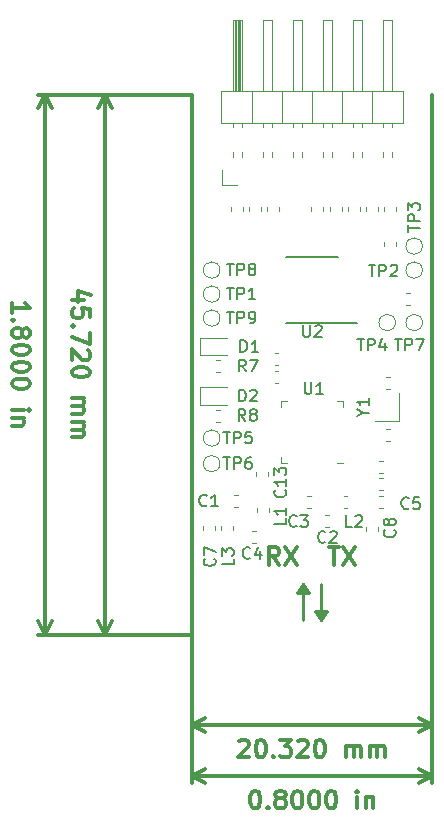
<source format=gbr>
G04 #@! TF.GenerationSoftware,KiCad,Pcbnew,5.1.2*
G04 #@! TF.CreationDate,2019-05-07T22:25:54+02:00*
G04 #@! TF.ProjectId,SX1257_pmod,53583132-3537-45f7-906d-6f642e6b6963,rev?*
G04 #@! TF.SameCoordinates,Original*
G04 #@! TF.FileFunction,Legend,Top*
G04 #@! TF.FilePolarity,Positive*
%FSLAX46Y46*%
G04 Gerber Fmt 4.6, Leading zero omitted, Abs format (unit mm)*
G04 Created by KiCad (PCBNEW 5.1.2) date 2019-05-07 22:25:54*
%MOMM*%
%LPD*%
G04 APERTURE LIST*
%ADD10C,0.254000*%
%ADD11C,0.300000*%
%ADD12C,0.120000*%
%ADD13C,0.150000*%
G04 APERTURE END LIST*
D10*
X125222000Y-67310000D02*
X125730000Y-66548000D01*
X125222000Y-67310000D02*
X125222000Y-64262000D01*
X124968000Y-66548000D02*
X125222000Y-67310000D01*
X124714000Y-66548000D02*
X125222000Y-67310000D01*
X125730000Y-66548000D02*
X124714000Y-66548000D01*
X125222000Y-67310000D02*
X125476000Y-66548000D01*
X125476000Y-66548000D02*
X124968000Y-66548000D01*
X123952000Y-65024000D02*
X123698000Y-64262000D01*
X123444000Y-65024000D02*
X123952000Y-65024000D01*
X123698000Y-64262000D02*
X123444000Y-65024000D01*
X124206000Y-65024000D02*
X123698000Y-64262000D01*
X123190000Y-65024000D02*
X124206000Y-65024000D01*
X123698000Y-64262000D02*
X123190000Y-65024000D01*
X123698000Y-64262000D02*
X123698000Y-67310000D01*
D11*
X121670000Y-62654571D02*
X121170000Y-61940285D01*
X120812857Y-62654571D02*
X120812857Y-61154571D01*
X121384285Y-61154571D01*
X121527142Y-61226000D01*
X121598571Y-61297428D01*
X121670000Y-61440285D01*
X121670000Y-61654571D01*
X121598571Y-61797428D01*
X121527142Y-61868857D01*
X121384285Y-61940285D01*
X120812857Y-61940285D01*
X122170000Y-61154571D02*
X123170000Y-62654571D01*
X123170000Y-61154571D02*
X122170000Y-62654571D01*
X125857142Y-61154571D02*
X126714285Y-61154571D01*
X126285714Y-62654571D02*
X126285714Y-61154571D01*
X127071428Y-61154571D02*
X128071428Y-62654571D01*
X128071428Y-61154571D02*
X127071428Y-62654571D01*
X118245714Y-77621428D02*
X118317142Y-77550000D01*
X118460000Y-77478571D01*
X118817142Y-77478571D01*
X118960000Y-77550000D01*
X119031428Y-77621428D01*
X119102857Y-77764285D01*
X119102857Y-77907142D01*
X119031428Y-78121428D01*
X118174285Y-78978571D01*
X119102857Y-78978571D01*
X120031428Y-77478571D02*
X120174285Y-77478571D01*
X120317142Y-77550000D01*
X120388571Y-77621428D01*
X120460000Y-77764285D01*
X120531428Y-78050000D01*
X120531428Y-78407142D01*
X120460000Y-78692857D01*
X120388571Y-78835714D01*
X120317142Y-78907142D01*
X120174285Y-78978571D01*
X120031428Y-78978571D01*
X119888571Y-78907142D01*
X119817142Y-78835714D01*
X119745714Y-78692857D01*
X119674285Y-78407142D01*
X119674285Y-78050000D01*
X119745714Y-77764285D01*
X119817142Y-77621428D01*
X119888571Y-77550000D01*
X120031428Y-77478571D01*
X121174285Y-78835714D02*
X121245714Y-78907142D01*
X121174285Y-78978571D01*
X121102857Y-78907142D01*
X121174285Y-78835714D01*
X121174285Y-78978571D01*
X121745714Y-77478571D02*
X122674285Y-77478571D01*
X122174285Y-78050000D01*
X122388571Y-78050000D01*
X122531428Y-78121428D01*
X122602857Y-78192857D01*
X122674285Y-78335714D01*
X122674285Y-78692857D01*
X122602857Y-78835714D01*
X122531428Y-78907142D01*
X122388571Y-78978571D01*
X121960000Y-78978571D01*
X121817142Y-78907142D01*
X121745714Y-78835714D01*
X123245714Y-77621428D02*
X123317142Y-77550000D01*
X123460000Y-77478571D01*
X123817142Y-77478571D01*
X123960000Y-77550000D01*
X124031428Y-77621428D01*
X124102857Y-77764285D01*
X124102857Y-77907142D01*
X124031428Y-78121428D01*
X123174285Y-78978571D01*
X124102857Y-78978571D01*
X125031428Y-77478571D02*
X125174285Y-77478571D01*
X125317142Y-77550000D01*
X125388571Y-77621428D01*
X125460000Y-77764285D01*
X125531428Y-78050000D01*
X125531428Y-78407142D01*
X125460000Y-78692857D01*
X125388571Y-78835714D01*
X125317142Y-78907142D01*
X125174285Y-78978571D01*
X125031428Y-78978571D01*
X124888571Y-78907142D01*
X124817142Y-78835714D01*
X124745714Y-78692857D01*
X124674285Y-78407142D01*
X124674285Y-78050000D01*
X124745714Y-77764285D01*
X124817142Y-77621428D01*
X124888571Y-77550000D01*
X125031428Y-77478571D01*
X127317142Y-78978571D02*
X127317142Y-77978571D01*
X127317142Y-78121428D02*
X127388571Y-78050000D01*
X127531428Y-77978571D01*
X127745714Y-77978571D01*
X127888571Y-78050000D01*
X127960000Y-78192857D01*
X127960000Y-78978571D01*
X127960000Y-78192857D02*
X128031428Y-78050000D01*
X128174285Y-77978571D01*
X128388571Y-77978571D01*
X128531428Y-78050000D01*
X128602857Y-78192857D01*
X128602857Y-78978571D01*
X129317142Y-78978571D02*
X129317142Y-77978571D01*
X129317142Y-78121428D02*
X129388571Y-78050000D01*
X129531428Y-77978571D01*
X129745714Y-77978571D01*
X129888571Y-78050000D01*
X129960000Y-78192857D01*
X129960000Y-78978571D01*
X129960000Y-78192857D02*
X130031428Y-78050000D01*
X130174285Y-77978571D01*
X130388571Y-77978571D01*
X130531428Y-78050000D01*
X130602857Y-78192857D01*
X130602857Y-78978571D01*
X114300000Y-76200000D02*
X134620000Y-76200000D01*
X114300000Y-22860000D02*
X114300000Y-76786421D01*
X134620000Y-22860000D02*
X134620000Y-76786421D01*
X134620000Y-76200000D02*
X133493496Y-76786421D01*
X134620000Y-76200000D02*
X133493496Y-75613579D01*
X114300000Y-76200000D02*
X115426504Y-76786421D01*
X114300000Y-76200000D02*
X115426504Y-75613579D01*
X119567142Y-81796571D02*
X119710000Y-81796571D01*
X119852857Y-81868000D01*
X119924285Y-81939428D01*
X119995714Y-82082285D01*
X120067142Y-82368000D01*
X120067142Y-82725142D01*
X119995714Y-83010857D01*
X119924285Y-83153714D01*
X119852857Y-83225142D01*
X119710000Y-83296571D01*
X119567142Y-83296571D01*
X119424285Y-83225142D01*
X119352857Y-83153714D01*
X119281428Y-83010857D01*
X119210000Y-82725142D01*
X119210000Y-82368000D01*
X119281428Y-82082285D01*
X119352857Y-81939428D01*
X119424285Y-81868000D01*
X119567142Y-81796571D01*
X120710000Y-83153714D02*
X120781428Y-83225142D01*
X120710000Y-83296571D01*
X120638571Y-83225142D01*
X120710000Y-83153714D01*
X120710000Y-83296571D01*
X121638571Y-82439428D02*
X121495714Y-82368000D01*
X121424285Y-82296571D01*
X121352857Y-82153714D01*
X121352857Y-82082285D01*
X121424285Y-81939428D01*
X121495714Y-81868000D01*
X121638571Y-81796571D01*
X121924285Y-81796571D01*
X122067142Y-81868000D01*
X122138571Y-81939428D01*
X122210000Y-82082285D01*
X122210000Y-82153714D01*
X122138571Y-82296571D01*
X122067142Y-82368000D01*
X121924285Y-82439428D01*
X121638571Y-82439428D01*
X121495714Y-82510857D01*
X121424285Y-82582285D01*
X121352857Y-82725142D01*
X121352857Y-83010857D01*
X121424285Y-83153714D01*
X121495714Y-83225142D01*
X121638571Y-83296571D01*
X121924285Y-83296571D01*
X122067142Y-83225142D01*
X122138571Y-83153714D01*
X122210000Y-83010857D01*
X122210000Y-82725142D01*
X122138571Y-82582285D01*
X122067142Y-82510857D01*
X121924285Y-82439428D01*
X123138571Y-81796571D02*
X123281428Y-81796571D01*
X123424285Y-81868000D01*
X123495714Y-81939428D01*
X123567142Y-82082285D01*
X123638571Y-82368000D01*
X123638571Y-82725142D01*
X123567142Y-83010857D01*
X123495714Y-83153714D01*
X123424285Y-83225142D01*
X123281428Y-83296571D01*
X123138571Y-83296571D01*
X122995714Y-83225142D01*
X122924285Y-83153714D01*
X122852857Y-83010857D01*
X122781428Y-82725142D01*
X122781428Y-82368000D01*
X122852857Y-82082285D01*
X122924285Y-81939428D01*
X122995714Y-81868000D01*
X123138571Y-81796571D01*
X124567142Y-81796571D02*
X124710000Y-81796571D01*
X124852857Y-81868000D01*
X124924285Y-81939428D01*
X124995714Y-82082285D01*
X125067142Y-82368000D01*
X125067142Y-82725142D01*
X124995714Y-83010857D01*
X124924285Y-83153714D01*
X124852857Y-83225142D01*
X124710000Y-83296571D01*
X124567142Y-83296571D01*
X124424285Y-83225142D01*
X124352857Y-83153714D01*
X124281428Y-83010857D01*
X124210000Y-82725142D01*
X124210000Y-82368000D01*
X124281428Y-82082285D01*
X124352857Y-81939428D01*
X124424285Y-81868000D01*
X124567142Y-81796571D01*
X125995714Y-81796571D02*
X126138571Y-81796571D01*
X126281428Y-81868000D01*
X126352857Y-81939428D01*
X126424285Y-82082285D01*
X126495714Y-82368000D01*
X126495714Y-82725142D01*
X126424285Y-83010857D01*
X126352857Y-83153714D01*
X126281428Y-83225142D01*
X126138571Y-83296571D01*
X125995714Y-83296571D01*
X125852857Y-83225142D01*
X125781428Y-83153714D01*
X125710000Y-83010857D01*
X125638571Y-82725142D01*
X125638571Y-82368000D01*
X125710000Y-82082285D01*
X125781428Y-81939428D01*
X125852857Y-81868000D01*
X125995714Y-81796571D01*
X128281428Y-83296571D02*
X128281428Y-82296571D01*
X128281428Y-81796571D02*
X128210000Y-81868000D01*
X128281428Y-81939428D01*
X128352857Y-81868000D01*
X128281428Y-81796571D01*
X128281428Y-81939428D01*
X128995714Y-82296571D02*
X128995714Y-83296571D01*
X128995714Y-82439428D02*
X129067142Y-82368000D01*
X129210000Y-82296571D01*
X129424285Y-82296571D01*
X129567142Y-82368000D01*
X129638571Y-82510857D01*
X129638571Y-83296571D01*
X114300000Y-80518000D02*
X134620000Y-80518000D01*
X114300000Y-22860000D02*
X114300000Y-81104421D01*
X134620000Y-22860000D02*
X134620000Y-81104421D01*
X134620000Y-80518000D02*
X133493496Y-81104421D01*
X134620000Y-80518000D02*
X133493496Y-79931579D01*
X114300000Y-80518000D02*
X115426504Y-81104421D01*
X114300000Y-80518000D02*
X115426504Y-79931579D01*
X105155428Y-40220000D02*
X104155428Y-40220000D01*
X105726857Y-39862857D02*
X104655428Y-39505714D01*
X104655428Y-40434285D01*
X105655428Y-41720000D02*
X105655428Y-41005714D01*
X104941142Y-40934285D01*
X105012571Y-41005714D01*
X105084000Y-41148571D01*
X105084000Y-41505714D01*
X105012571Y-41648571D01*
X104941142Y-41720000D01*
X104798285Y-41791428D01*
X104441142Y-41791428D01*
X104298285Y-41720000D01*
X104226857Y-41648571D01*
X104155428Y-41505714D01*
X104155428Y-41148571D01*
X104226857Y-41005714D01*
X104298285Y-40934285D01*
X104298285Y-42434285D02*
X104226857Y-42505714D01*
X104155428Y-42434285D01*
X104226857Y-42362857D01*
X104298285Y-42434285D01*
X104155428Y-42434285D01*
X105655428Y-43005714D02*
X105655428Y-44005714D01*
X104155428Y-43362857D01*
X105512571Y-44505714D02*
X105584000Y-44577142D01*
X105655428Y-44720000D01*
X105655428Y-45077142D01*
X105584000Y-45220000D01*
X105512571Y-45291428D01*
X105369714Y-45362857D01*
X105226857Y-45362857D01*
X105012571Y-45291428D01*
X104155428Y-44434285D01*
X104155428Y-45362857D01*
X105655428Y-46291428D02*
X105655428Y-46434285D01*
X105584000Y-46577142D01*
X105512571Y-46648571D01*
X105369714Y-46720000D01*
X105084000Y-46791428D01*
X104726857Y-46791428D01*
X104441142Y-46720000D01*
X104298285Y-46648571D01*
X104226857Y-46577142D01*
X104155428Y-46434285D01*
X104155428Y-46291428D01*
X104226857Y-46148571D01*
X104298285Y-46077142D01*
X104441142Y-46005714D01*
X104726857Y-45934285D01*
X105084000Y-45934285D01*
X105369714Y-46005714D01*
X105512571Y-46077142D01*
X105584000Y-46148571D01*
X105655428Y-46291428D01*
X104155428Y-48577142D02*
X105155428Y-48577142D01*
X105012571Y-48577142D02*
X105084000Y-48648571D01*
X105155428Y-48791428D01*
X105155428Y-49005714D01*
X105084000Y-49148571D01*
X104941142Y-49220000D01*
X104155428Y-49220000D01*
X104941142Y-49220000D02*
X105084000Y-49291428D01*
X105155428Y-49434285D01*
X105155428Y-49648571D01*
X105084000Y-49791428D01*
X104941142Y-49862857D01*
X104155428Y-49862857D01*
X104155428Y-50577142D02*
X105155428Y-50577142D01*
X105012571Y-50577142D02*
X105084000Y-50648571D01*
X105155428Y-50791428D01*
X105155428Y-51005714D01*
X105084000Y-51148571D01*
X104941142Y-51220000D01*
X104155428Y-51220000D01*
X104941142Y-51220000D02*
X105084000Y-51291428D01*
X105155428Y-51434285D01*
X105155428Y-51648571D01*
X105084000Y-51791428D01*
X104941142Y-51862857D01*
X104155428Y-51862857D01*
X106934000Y-22860000D02*
X106934000Y-68580000D01*
X114300000Y-22860000D02*
X106347579Y-22860000D01*
X114300000Y-68580000D02*
X106347579Y-68580000D01*
X106934000Y-68580000D02*
X106347579Y-67453496D01*
X106934000Y-68580000D02*
X107520421Y-67453496D01*
X106934000Y-22860000D02*
X106347579Y-23986504D01*
X106934000Y-22860000D02*
X107520421Y-23986504D01*
X99075428Y-41327142D02*
X99075428Y-40470000D01*
X99075428Y-40898571D02*
X100575428Y-40898571D01*
X100361142Y-40755714D01*
X100218285Y-40612857D01*
X100146857Y-40470000D01*
X99218285Y-41970000D02*
X99146857Y-42041428D01*
X99075428Y-41970000D01*
X99146857Y-41898571D01*
X99218285Y-41970000D01*
X99075428Y-41970000D01*
X99932571Y-42898571D02*
X100004000Y-42755714D01*
X100075428Y-42684285D01*
X100218285Y-42612857D01*
X100289714Y-42612857D01*
X100432571Y-42684285D01*
X100504000Y-42755714D01*
X100575428Y-42898571D01*
X100575428Y-43184285D01*
X100504000Y-43327142D01*
X100432571Y-43398571D01*
X100289714Y-43470000D01*
X100218285Y-43470000D01*
X100075428Y-43398571D01*
X100004000Y-43327142D01*
X99932571Y-43184285D01*
X99932571Y-42898571D01*
X99861142Y-42755714D01*
X99789714Y-42684285D01*
X99646857Y-42612857D01*
X99361142Y-42612857D01*
X99218285Y-42684285D01*
X99146857Y-42755714D01*
X99075428Y-42898571D01*
X99075428Y-43184285D01*
X99146857Y-43327142D01*
X99218285Y-43398571D01*
X99361142Y-43470000D01*
X99646857Y-43470000D01*
X99789714Y-43398571D01*
X99861142Y-43327142D01*
X99932571Y-43184285D01*
X100575428Y-44398571D02*
X100575428Y-44541428D01*
X100504000Y-44684285D01*
X100432571Y-44755714D01*
X100289714Y-44827142D01*
X100004000Y-44898571D01*
X99646857Y-44898571D01*
X99361142Y-44827142D01*
X99218285Y-44755714D01*
X99146857Y-44684285D01*
X99075428Y-44541428D01*
X99075428Y-44398571D01*
X99146857Y-44255714D01*
X99218285Y-44184285D01*
X99361142Y-44112857D01*
X99646857Y-44041428D01*
X100004000Y-44041428D01*
X100289714Y-44112857D01*
X100432571Y-44184285D01*
X100504000Y-44255714D01*
X100575428Y-44398571D01*
X100575428Y-45827142D02*
X100575428Y-45970000D01*
X100504000Y-46112857D01*
X100432571Y-46184285D01*
X100289714Y-46255714D01*
X100004000Y-46327142D01*
X99646857Y-46327142D01*
X99361142Y-46255714D01*
X99218285Y-46184285D01*
X99146857Y-46112857D01*
X99075428Y-45970000D01*
X99075428Y-45827142D01*
X99146857Y-45684285D01*
X99218285Y-45612857D01*
X99361142Y-45541428D01*
X99646857Y-45470000D01*
X100004000Y-45470000D01*
X100289714Y-45541428D01*
X100432571Y-45612857D01*
X100504000Y-45684285D01*
X100575428Y-45827142D01*
X100575428Y-47255714D02*
X100575428Y-47398571D01*
X100504000Y-47541428D01*
X100432571Y-47612857D01*
X100289714Y-47684285D01*
X100004000Y-47755714D01*
X99646857Y-47755714D01*
X99361142Y-47684285D01*
X99218285Y-47612857D01*
X99146857Y-47541428D01*
X99075428Y-47398571D01*
X99075428Y-47255714D01*
X99146857Y-47112857D01*
X99218285Y-47041428D01*
X99361142Y-46970000D01*
X99646857Y-46898571D01*
X100004000Y-46898571D01*
X100289714Y-46970000D01*
X100432571Y-47041428D01*
X100504000Y-47112857D01*
X100575428Y-47255714D01*
X99075428Y-49541428D02*
X100075428Y-49541428D01*
X100575428Y-49541428D02*
X100504000Y-49470000D01*
X100432571Y-49541428D01*
X100504000Y-49612857D01*
X100575428Y-49541428D01*
X100432571Y-49541428D01*
X100075428Y-50255714D02*
X99075428Y-50255714D01*
X99932571Y-50255714D02*
X100004000Y-50327142D01*
X100075428Y-50470000D01*
X100075428Y-50684285D01*
X100004000Y-50827142D01*
X99861142Y-50898571D01*
X99075428Y-50898571D01*
X101854000Y-22860000D02*
X101854000Y-68580000D01*
X114300000Y-22860000D02*
X101267579Y-22860000D01*
X114300000Y-68580000D02*
X101267579Y-68580000D01*
X101854000Y-68580000D02*
X101267579Y-67453496D01*
X101854000Y-68580000D02*
X102440421Y-67453496D01*
X101854000Y-22860000D02*
X101267579Y-23986504D01*
X101854000Y-22860000D02*
X102440421Y-23986504D01*
D12*
X129800000Y-50500000D02*
X131800000Y-50500000D01*
X131800000Y-50500000D02*
X131800000Y-48100000D01*
X125410000Y-32674779D02*
X125410000Y-32349221D01*
X124390000Y-32674779D02*
X124390000Y-32349221D01*
X131574000Y-35371721D02*
X131574000Y-35697279D01*
X130554000Y-35371721D02*
X130554000Y-35697279D01*
X116651000Y-41783000D02*
G75*
G03X116651000Y-41783000I-700000J0D01*
G01*
X116651000Y-37719000D02*
G75*
G03X116651000Y-37719000I-700000J0D01*
G01*
X130137221Y-54860000D02*
X130462779Y-54860000D01*
X130137221Y-53840000D02*
X130462779Y-53840000D01*
X118145779Y-57787000D02*
X117820221Y-57787000D01*
X118145779Y-56767000D02*
X117820221Y-56767000D01*
X125912779Y-58415000D02*
X125587221Y-58415000D01*
X125912779Y-59435000D02*
X125587221Y-59435000D01*
X124368779Y-57887000D02*
X124043221Y-57887000D01*
X124368779Y-56867000D02*
X124043221Y-56867000D01*
X119344221Y-60835000D02*
X119669779Y-60835000D01*
X119344221Y-59815000D02*
X119669779Y-59815000D01*
X130139221Y-56867000D02*
X130464779Y-56867000D01*
X130139221Y-57887000D02*
X130464779Y-57887000D01*
X121600279Y-44702000D02*
X121274721Y-44702000D01*
X121600279Y-45722000D02*
X121274721Y-45722000D01*
X115187000Y-59700279D02*
X115187000Y-59374721D01*
X116207000Y-59700279D02*
X116207000Y-59374721D01*
X127010000Y-32674779D02*
X127010000Y-32349221D01*
X125990000Y-32674779D02*
X125990000Y-32349221D01*
X130137221Y-55340000D02*
X130462779Y-55340000D01*
X130137221Y-56360000D02*
X130462779Y-56360000D01*
X121600279Y-46226000D02*
X121274721Y-46226000D01*
X121600279Y-47246000D02*
X121274721Y-47246000D01*
X120760000Y-54837221D02*
X120760000Y-55162779D01*
X119740000Y-54837221D02*
X119740000Y-55162779D01*
X130554000Y-32674779D02*
X130554000Y-32349221D01*
X131574000Y-32674779D02*
X131574000Y-32349221D01*
X129030000Y-32674779D02*
X129030000Y-32349221D01*
X130050000Y-32674779D02*
X130050000Y-32349221D01*
X128526000Y-32674779D02*
X128526000Y-32349221D01*
X127506000Y-32674779D02*
X127506000Y-32349221D01*
X119124000Y-32674779D02*
X119124000Y-32349221D01*
X120144000Y-32674779D02*
X120144000Y-32349221D01*
X130737221Y-51190000D02*
X131062779Y-51190000D01*
X130737221Y-52210000D02*
X131062779Y-52210000D01*
X130737221Y-46790000D02*
X131062779Y-46790000D01*
X130737221Y-47810000D02*
X131062779Y-47810000D01*
X121668000Y-32674779D02*
X121668000Y-32349221D01*
X120648000Y-32674779D02*
X120648000Y-32349221D01*
X129030000Y-59825779D02*
X129030000Y-59500221D01*
X130050000Y-59825779D02*
X130050000Y-59500221D01*
X116840000Y-30480000D02*
X116840000Y-29210000D01*
X118110000Y-30480000D02*
X116840000Y-30480000D01*
X131190000Y-28167071D02*
X131190000Y-27712929D01*
X130430000Y-28167071D02*
X130430000Y-27712929D01*
X131190000Y-25627071D02*
X131190000Y-25230000D01*
X130430000Y-25627071D02*
X130430000Y-25230000D01*
X131190000Y-16570000D02*
X131190000Y-22570000D01*
X130430000Y-16570000D02*
X131190000Y-16570000D01*
X130430000Y-22570000D02*
X130430000Y-16570000D01*
X129540000Y-25230000D02*
X129540000Y-22570000D01*
X128650000Y-28167071D02*
X128650000Y-27712929D01*
X127890000Y-28167071D02*
X127890000Y-27712929D01*
X128650000Y-25627071D02*
X128650000Y-25230000D01*
X127890000Y-25627071D02*
X127890000Y-25230000D01*
X128650000Y-16570000D02*
X128650000Y-22570000D01*
X127890000Y-16570000D02*
X128650000Y-16570000D01*
X127890000Y-22570000D02*
X127890000Y-16570000D01*
X127000000Y-25230000D02*
X127000000Y-22570000D01*
X126110000Y-28167071D02*
X126110000Y-27712929D01*
X125350000Y-28167071D02*
X125350000Y-27712929D01*
X126110000Y-25627071D02*
X126110000Y-25230000D01*
X125350000Y-25627071D02*
X125350000Y-25230000D01*
X126110000Y-16570000D02*
X126110000Y-22570000D01*
X125350000Y-16570000D02*
X126110000Y-16570000D01*
X125350000Y-22570000D02*
X125350000Y-16570000D01*
X124460000Y-25230000D02*
X124460000Y-22570000D01*
X123570000Y-28167071D02*
X123570000Y-27712929D01*
X122810000Y-28167071D02*
X122810000Y-27712929D01*
X123570000Y-25627071D02*
X123570000Y-25230000D01*
X122810000Y-25627071D02*
X122810000Y-25230000D01*
X123570000Y-16570000D02*
X123570000Y-22570000D01*
X122810000Y-16570000D02*
X123570000Y-16570000D01*
X122810000Y-22570000D02*
X122810000Y-16570000D01*
X121920000Y-25230000D02*
X121920000Y-22570000D01*
X121030000Y-28167071D02*
X121030000Y-27712929D01*
X120270000Y-28167071D02*
X120270000Y-27712929D01*
X121030000Y-25627071D02*
X121030000Y-25230000D01*
X120270000Y-25627071D02*
X120270000Y-25230000D01*
X121030000Y-16570000D02*
X121030000Y-22570000D01*
X120270000Y-16570000D02*
X121030000Y-16570000D01*
X120270000Y-22570000D02*
X120270000Y-16570000D01*
X119380000Y-25230000D02*
X119380000Y-22570000D01*
X118490000Y-28100000D02*
X118490000Y-27712929D01*
X117730000Y-28100000D02*
X117730000Y-27712929D01*
X118490000Y-25627071D02*
X118490000Y-25230000D01*
X117730000Y-25627071D02*
X117730000Y-25230000D01*
X118390000Y-22570000D02*
X118390000Y-16570000D01*
X118270000Y-22570000D02*
X118270000Y-16570000D01*
X118150000Y-22570000D02*
X118150000Y-16570000D01*
X118030000Y-22570000D02*
X118030000Y-16570000D01*
X117910000Y-22570000D02*
X117910000Y-16570000D01*
X117790000Y-22570000D02*
X117790000Y-16570000D01*
X118490000Y-16570000D02*
X118490000Y-22570000D01*
X117730000Y-16570000D02*
X118490000Y-16570000D01*
X117730000Y-22570000D02*
X117730000Y-16570000D01*
X116780000Y-22570000D02*
X116780000Y-25230000D01*
X132140000Y-22570000D02*
X116780000Y-22570000D01*
X132140000Y-25230000D02*
X132140000Y-22570000D01*
X116780000Y-25230000D02*
X132140000Y-25230000D01*
X127116721Y-57887000D02*
X127442279Y-57887000D01*
X127116721Y-56867000D02*
X127442279Y-56867000D01*
X117600000Y-32674779D02*
X117600000Y-32349221D01*
X118620000Y-32674779D02*
X118620000Y-32349221D01*
X119759000Y-57876221D02*
X119759000Y-58201779D01*
X120779000Y-57876221D02*
X120779000Y-58201779D01*
X116711000Y-59725779D02*
X116711000Y-59400221D01*
X117731000Y-59725779D02*
X117731000Y-59400221D01*
X114974000Y-49122000D02*
X117259000Y-49122000D01*
X114974000Y-47652000D02*
X114974000Y-49122000D01*
X117259000Y-47652000D02*
X114974000Y-47652000D01*
X117259000Y-43461000D02*
X114974000Y-43461000D01*
X114974000Y-43461000D02*
X114974000Y-44931000D01*
X114974000Y-44931000D02*
X117259000Y-44931000D01*
X126595000Y-54045000D02*
X127070000Y-54045000D01*
X121850000Y-48825000D02*
X121850000Y-49300000D01*
X122325000Y-48825000D02*
X121850000Y-48825000D01*
X127070000Y-48825000D02*
X127070000Y-49300000D01*
X126595000Y-48825000D02*
X127070000Y-48825000D01*
X121850000Y-54045000D02*
X121850000Y-53570000D01*
X122325000Y-54045000D02*
X121850000Y-54045000D01*
D13*
X126660000Y-36645000D02*
X122260000Y-36645000D01*
X128235000Y-42170000D02*
X122260000Y-42170000D01*
D12*
X116621779Y-45337000D02*
X116296221Y-45337000D01*
X116621779Y-46357000D02*
X116296221Y-46357000D01*
X116621779Y-50548000D02*
X116296221Y-50548000D01*
X116621779Y-49528000D02*
X116296221Y-49528000D01*
X132750779Y-39622000D02*
X132425221Y-39622000D01*
X132750779Y-40642000D02*
X132425221Y-40642000D01*
X133796000Y-42164000D02*
G75*
G03X133796000Y-42164000I-700000J0D01*
G01*
X133796000Y-37719000D02*
G75*
G03X133796000Y-37719000I-700000J0D01*
G01*
X133796000Y-35687000D02*
G75*
G03X133796000Y-35687000I-700000J0D01*
G01*
X131510000Y-42164000D02*
G75*
G03X131510000Y-42164000I-700000J0D01*
G01*
X116651000Y-51943000D02*
G75*
G03X116651000Y-51943000I-700000J0D01*
G01*
X116651000Y-54102000D02*
G75*
G03X116651000Y-54102000I-700000J0D01*
G01*
X116651000Y-39751000D02*
G75*
G03X116651000Y-39751000I-700000J0D01*
G01*
D13*
X128776190Y-49776190D02*
X129252380Y-49776190D01*
X128252380Y-50109523D02*
X128776190Y-49776190D01*
X128252380Y-49442857D01*
X129252380Y-48585714D02*
X129252380Y-49157142D01*
X129252380Y-48871428D02*
X128252380Y-48871428D01*
X128395238Y-48966666D01*
X128490476Y-49061904D01*
X128538095Y-49157142D01*
X117229095Y-41235380D02*
X117800523Y-41235380D01*
X117514809Y-42235380D02*
X117514809Y-41235380D01*
X118133857Y-42235380D02*
X118133857Y-41235380D01*
X118514809Y-41235380D01*
X118610047Y-41283000D01*
X118657666Y-41330619D01*
X118705285Y-41425857D01*
X118705285Y-41568714D01*
X118657666Y-41663952D01*
X118610047Y-41711571D01*
X118514809Y-41759190D01*
X118133857Y-41759190D01*
X119181476Y-42235380D02*
X119371952Y-42235380D01*
X119467190Y-42187761D01*
X119514809Y-42140142D01*
X119610047Y-41997285D01*
X119657666Y-41806809D01*
X119657666Y-41425857D01*
X119610047Y-41330619D01*
X119562428Y-41283000D01*
X119467190Y-41235380D01*
X119276714Y-41235380D01*
X119181476Y-41283000D01*
X119133857Y-41330619D01*
X119086238Y-41425857D01*
X119086238Y-41663952D01*
X119133857Y-41759190D01*
X119181476Y-41806809D01*
X119276714Y-41854428D01*
X119467190Y-41854428D01*
X119562428Y-41806809D01*
X119610047Y-41759190D01*
X119657666Y-41663952D01*
X117229095Y-37171380D02*
X117800523Y-37171380D01*
X117514809Y-38171380D02*
X117514809Y-37171380D01*
X118133857Y-38171380D02*
X118133857Y-37171380D01*
X118514809Y-37171380D01*
X118610047Y-37219000D01*
X118657666Y-37266619D01*
X118705285Y-37361857D01*
X118705285Y-37504714D01*
X118657666Y-37599952D01*
X118610047Y-37647571D01*
X118514809Y-37695190D01*
X118133857Y-37695190D01*
X119276714Y-37599952D02*
X119181476Y-37552333D01*
X119133857Y-37504714D01*
X119086238Y-37409476D01*
X119086238Y-37361857D01*
X119133857Y-37266619D01*
X119181476Y-37219000D01*
X119276714Y-37171380D01*
X119467190Y-37171380D01*
X119562428Y-37219000D01*
X119610047Y-37266619D01*
X119657666Y-37361857D01*
X119657666Y-37409476D01*
X119610047Y-37504714D01*
X119562428Y-37552333D01*
X119467190Y-37599952D01*
X119276714Y-37599952D01*
X119181476Y-37647571D01*
X119133857Y-37695190D01*
X119086238Y-37790428D01*
X119086238Y-37980904D01*
X119133857Y-38076142D01*
X119181476Y-38123761D01*
X119276714Y-38171380D01*
X119467190Y-38171380D01*
X119562428Y-38123761D01*
X119610047Y-38076142D01*
X119657666Y-37980904D01*
X119657666Y-37790428D01*
X119610047Y-37695190D01*
X119562428Y-37647571D01*
X119467190Y-37599952D01*
X115530333Y-57634142D02*
X115482714Y-57681761D01*
X115339857Y-57729380D01*
X115244619Y-57729380D01*
X115101761Y-57681761D01*
X115006523Y-57586523D01*
X114958904Y-57491285D01*
X114911285Y-57300809D01*
X114911285Y-57157952D01*
X114958904Y-56967476D01*
X115006523Y-56872238D01*
X115101761Y-56777000D01*
X115244619Y-56729380D01*
X115339857Y-56729380D01*
X115482714Y-56777000D01*
X115530333Y-56824619D01*
X116482714Y-57729380D02*
X115911285Y-57729380D01*
X116197000Y-57729380D02*
X116197000Y-56729380D01*
X116101761Y-56872238D01*
X116006523Y-56967476D01*
X115911285Y-57015095D01*
X125583333Y-60712142D02*
X125535714Y-60759761D01*
X125392857Y-60807380D01*
X125297619Y-60807380D01*
X125154761Y-60759761D01*
X125059523Y-60664523D01*
X125011904Y-60569285D01*
X124964285Y-60378809D01*
X124964285Y-60235952D01*
X125011904Y-60045476D01*
X125059523Y-59950238D01*
X125154761Y-59855000D01*
X125297619Y-59807380D01*
X125392857Y-59807380D01*
X125535714Y-59855000D01*
X125583333Y-59902619D01*
X125964285Y-59902619D02*
X126011904Y-59855000D01*
X126107142Y-59807380D01*
X126345238Y-59807380D01*
X126440476Y-59855000D01*
X126488095Y-59902619D01*
X126535714Y-59997857D01*
X126535714Y-60093095D01*
X126488095Y-60235952D01*
X125916666Y-60807380D01*
X126535714Y-60807380D01*
X123133333Y-59357142D02*
X123085714Y-59404761D01*
X122942857Y-59452380D01*
X122847619Y-59452380D01*
X122704761Y-59404761D01*
X122609523Y-59309523D01*
X122561904Y-59214285D01*
X122514285Y-59023809D01*
X122514285Y-58880952D01*
X122561904Y-58690476D01*
X122609523Y-58595238D01*
X122704761Y-58500000D01*
X122847619Y-58452380D01*
X122942857Y-58452380D01*
X123085714Y-58500000D01*
X123133333Y-58547619D01*
X123466666Y-58452380D02*
X124085714Y-58452380D01*
X123752380Y-58833333D01*
X123895238Y-58833333D01*
X123990476Y-58880952D01*
X124038095Y-58928571D01*
X124085714Y-59023809D01*
X124085714Y-59261904D01*
X124038095Y-59357142D01*
X123990476Y-59404761D01*
X123895238Y-59452380D01*
X123609523Y-59452380D01*
X123514285Y-59404761D01*
X123466666Y-59357142D01*
X119213333Y-62079142D02*
X119165714Y-62126761D01*
X119022857Y-62174380D01*
X118927619Y-62174380D01*
X118784761Y-62126761D01*
X118689523Y-62031523D01*
X118641904Y-61936285D01*
X118594285Y-61745809D01*
X118594285Y-61602952D01*
X118641904Y-61412476D01*
X118689523Y-61317238D01*
X118784761Y-61222000D01*
X118927619Y-61174380D01*
X119022857Y-61174380D01*
X119165714Y-61222000D01*
X119213333Y-61269619D01*
X120070476Y-61507714D02*
X120070476Y-62174380D01*
X119832380Y-61126761D02*
X119594285Y-61841047D01*
X120213333Y-61841047D01*
X132633333Y-57857142D02*
X132585714Y-57904761D01*
X132442857Y-57952380D01*
X132347619Y-57952380D01*
X132204761Y-57904761D01*
X132109523Y-57809523D01*
X132061904Y-57714285D01*
X132014285Y-57523809D01*
X132014285Y-57380952D01*
X132061904Y-57190476D01*
X132109523Y-57095238D01*
X132204761Y-57000000D01*
X132347619Y-56952380D01*
X132442857Y-56952380D01*
X132585714Y-57000000D01*
X132633333Y-57047619D01*
X133538095Y-56952380D02*
X133061904Y-56952380D01*
X133014285Y-57428571D01*
X133061904Y-57380952D01*
X133157142Y-57333333D01*
X133395238Y-57333333D01*
X133490476Y-57380952D01*
X133538095Y-57428571D01*
X133585714Y-57523809D01*
X133585714Y-57761904D01*
X133538095Y-57857142D01*
X133490476Y-57904761D01*
X133395238Y-57952380D01*
X133157142Y-57952380D01*
X133061904Y-57904761D01*
X133014285Y-57857142D01*
X116181142Y-62142666D02*
X116228761Y-62190285D01*
X116276380Y-62333142D01*
X116276380Y-62428380D01*
X116228761Y-62571238D01*
X116133523Y-62666476D01*
X116038285Y-62714095D01*
X115847809Y-62761714D01*
X115704952Y-62761714D01*
X115514476Y-62714095D01*
X115419238Y-62666476D01*
X115324000Y-62571238D01*
X115276380Y-62428380D01*
X115276380Y-62333142D01*
X115324000Y-62190285D01*
X115371619Y-62142666D01*
X115276380Y-61809333D02*
X115276380Y-61142666D01*
X116276380Y-61571238D01*
X122157142Y-56342857D02*
X122204761Y-56390476D01*
X122252380Y-56533333D01*
X122252380Y-56628571D01*
X122204761Y-56771428D01*
X122109523Y-56866666D01*
X122014285Y-56914285D01*
X121823809Y-56961904D01*
X121680952Y-56961904D01*
X121490476Y-56914285D01*
X121395238Y-56866666D01*
X121300000Y-56771428D01*
X121252380Y-56628571D01*
X121252380Y-56533333D01*
X121300000Y-56390476D01*
X121347619Y-56342857D01*
X122252380Y-55390476D02*
X122252380Y-55961904D01*
X122252380Y-55676190D02*
X121252380Y-55676190D01*
X121395238Y-55771428D01*
X121490476Y-55866666D01*
X121538095Y-55961904D01*
X121252380Y-55057142D02*
X121252380Y-54438095D01*
X121633333Y-54771428D01*
X121633333Y-54628571D01*
X121680952Y-54533333D01*
X121728571Y-54485714D01*
X121823809Y-54438095D01*
X122061904Y-54438095D01*
X122157142Y-54485714D01*
X122204761Y-54533333D01*
X122252380Y-54628571D01*
X122252380Y-54914285D01*
X122204761Y-55009523D01*
X122157142Y-55057142D01*
X131421142Y-59702666D02*
X131468761Y-59750285D01*
X131516380Y-59893142D01*
X131516380Y-59988380D01*
X131468761Y-60131238D01*
X131373523Y-60226476D01*
X131278285Y-60274095D01*
X131087809Y-60321714D01*
X130944952Y-60321714D01*
X130754476Y-60274095D01*
X130659238Y-60226476D01*
X130564000Y-60131238D01*
X130516380Y-59988380D01*
X130516380Y-59893142D01*
X130564000Y-59750285D01*
X130611619Y-59702666D01*
X130944952Y-59131238D02*
X130897333Y-59226476D01*
X130849714Y-59274095D01*
X130754476Y-59321714D01*
X130706857Y-59321714D01*
X130611619Y-59274095D01*
X130564000Y-59226476D01*
X130516380Y-59131238D01*
X130516380Y-58940761D01*
X130564000Y-58845523D01*
X130611619Y-58797904D01*
X130706857Y-58750285D01*
X130754476Y-58750285D01*
X130849714Y-58797904D01*
X130897333Y-58845523D01*
X130944952Y-58940761D01*
X130944952Y-59131238D01*
X130992571Y-59226476D01*
X131040190Y-59274095D01*
X131135428Y-59321714D01*
X131325904Y-59321714D01*
X131421142Y-59274095D01*
X131468761Y-59226476D01*
X131516380Y-59131238D01*
X131516380Y-58940761D01*
X131468761Y-58845523D01*
X131421142Y-58797904D01*
X131325904Y-58750285D01*
X131135428Y-58750285D01*
X131040190Y-58797904D01*
X130992571Y-58845523D01*
X130944952Y-58940761D01*
X127833333Y-59452380D02*
X127357142Y-59452380D01*
X127357142Y-58452380D01*
X128119047Y-58547619D02*
X128166666Y-58500000D01*
X128261904Y-58452380D01*
X128500000Y-58452380D01*
X128595238Y-58500000D01*
X128642857Y-58547619D01*
X128690476Y-58642857D01*
X128690476Y-58738095D01*
X128642857Y-58880952D01*
X128071428Y-59452380D01*
X128690476Y-59452380D01*
X122245380Y-58713666D02*
X122245380Y-59189857D01*
X121245380Y-59189857D01*
X122245380Y-57856523D02*
X122245380Y-58427952D01*
X122245380Y-58142238D02*
X121245380Y-58142238D01*
X121388238Y-58237476D01*
X121483476Y-58332714D01*
X121531095Y-58427952D01*
X117800380Y-62142666D02*
X117800380Y-62618857D01*
X116800380Y-62618857D01*
X116800380Y-61904571D02*
X116800380Y-61285523D01*
X117181333Y-61618857D01*
X117181333Y-61476000D01*
X117228952Y-61380761D01*
X117276571Y-61333142D01*
X117371809Y-61285523D01*
X117609904Y-61285523D01*
X117705142Y-61333142D01*
X117752761Y-61380761D01*
X117800380Y-61476000D01*
X117800380Y-61761714D01*
X117752761Y-61856952D01*
X117705142Y-61904571D01*
X118260904Y-48839380D02*
X118260904Y-47839380D01*
X118499000Y-47839380D01*
X118641857Y-47887000D01*
X118737095Y-47982238D01*
X118784714Y-48077476D01*
X118832333Y-48267952D01*
X118832333Y-48410809D01*
X118784714Y-48601285D01*
X118737095Y-48696523D01*
X118641857Y-48791761D01*
X118499000Y-48839380D01*
X118260904Y-48839380D01*
X119213285Y-47934619D02*
X119260904Y-47887000D01*
X119356142Y-47839380D01*
X119594238Y-47839380D01*
X119689476Y-47887000D01*
X119737095Y-47934619D01*
X119784714Y-48029857D01*
X119784714Y-48125095D01*
X119737095Y-48267952D01*
X119165666Y-48839380D01*
X119784714Y-48839380D01*
X118387904Y-44648380D02*
X118387904Y-43648380D01*
X118626000Y-43648380D01*
X118768857Y-43696000D01*
X118864095Y-43791238D01*
X118911714Y-43886476D01*
X118959333Y-44076952D01*
X118959333Y-44219809D01*
X118911714Y-44410285D01*
X118864095Y-44505523D01*
X118768857Y-44600761D01*
X118626000Y-44648380D01*
X118387904Y-44648380D01*
X119911714Y-44648380D02*
X119340285Y-44648380D01*
X119626000Y-44648380D02*
X119626000Y-43648380D01*
X119530761Y-43791238D01*
X119435523Y-43886476D01*
X119340285Y-43934095D01*
X123825095Y-47204380D02*
X123825095Y-48013904D01*
X123872714Y-48109142D01*
X123920333Y-48156761D01*
X124015571Y-48204380D01*
X124206047Y-48204380D01*
X124301285Y-48156761D01*
X124348904Y-48109142D01*
X124396523Y-48013904D01*
X124396523Y-47204380D01*
X125396523Y-48204380D02*
X124825095Y-48204380D01*
X125110809Y-48204380D02*
X125110809Y-47204380D01*
X125015571Y-47347238D01*
X124920333Y-47442476D01*
X124825095Y-47490095D01*
X123698095Y-42372380D02*
X123698095Y-43181904D01*
X123745714Y-43277142D01*
X123793333Y-43324761D01*
X123888571Y-43372380D01*
X124079047Y-43372380D01*
X124174285Y-43324761D01*
X124221904Y-43277142D01*
X124269523Y-43181904D01*
X124269523Y-42372380D01*
X124698095Y-42467619D02*
X124745714Y-42420000D01*
X124840952Y-42372380D01*
X125079047Y-42372380D01*
X125174285Y-42420000D01*
X125221904Y-42467619D01*
X125269523Y-42562857D01*
X125269523Y-42658095D01*
X125221904Y-42800952D01*
X124650476Y-43372380D01*
X125269523Y-43372380D01*
X118832333Y-46299380D02*
X118499000Y-45823190D01*
X118260904Y-46299380D02*
X118260904Y-45299380D01*
X118641857Y-45299380D01*
X118737095Y-45347000D01*
X118784714Y-45394619D01*
X118832333Y-45489857D01*
X118832333Y-45632714D01*
X118784714Y-45727952D01*
X118737095Y-45775571D01*
X118641857Y-45823190D01*
X118260904Y-45823190D01*
X119165666Y-45299380D02*
X119832333Y-45299380D01*
X119403761Y-46299380D01*
X118806833Y-50490380D02*
X118473500Y-50014190D01*
X118235404Y-50490380D02*
X118235404Y-49490380D01*
X118616357Y-49490380D01*
X118711595Y-49538000D01*
X118759214Y-49585619D01*
X118806833Y-49680857D01*
X118806833Y-49823714D01*
X118759214Y-49918952D01*
X118711595Y-49966571D01*
X118616357Y-50014190D01*
X118235404Y-50014190D01*
X119378261Y-49918952D02*
X119283023Y-49871333D01*
X119235404Y-49823714D01*
X119187785Y-49728476D01*
X119187785Y-49680857D01*
X119235404Y-49585619D01*
X119283023Y-49538000D01*
X119378261Y-49490380D01*
X119568738Y-49490380D01*
X119663976Y-49538000D01*
X119711595Y-49585619D01*
X119759214Y-49680857D01*
X119759214Y-49728476D01*
X119711595Y-49823714D01*
X119663976Y-49871333D01*
X119568738Y-49918952D01*
X119378261Y-49918952D01*
X119283023Y-49966571D01*
X119235404Y-50014190D01*
X119187785Y-50109428D01*
X119187785Y-50299904D01*
X119235404Y-50395142D01*
X119283023Y-50442761D01*
X119378261Y-50490380D01*
X119568738Y-50490380D01*
X119663976Y-50442761D01*
X119711595Y-50395142D01*
X119759214Y-50299904D01*
X119759214Y-50109428D01*
X119711595Y-50014190D01*
X119663976Y-49966571D01*
X119568738Y-49918952D01*
X131453095Y-43521380D02*
X132024523Y-43521380D01*
X131738809Y-44521380D02*
X131738809Y-43521380D01*
X132357857Y-44521380D02*
X132357857Y-43521380D01*
X132738809Y-43521380D01*
X132834047Y-43569000D01*
X132881666Y-43616619D01*
X132929285Y-43711857D01*
X132929285Y-43854714D01*
X132881666Y-43949952D01*
X132834047Y-43997571D01*
X132738809Y-44045190D01*
X132357857Y-44045190D01*
X133262619Y-43521380D02*
X133929285Y-43521380D01*
X133500714Y-44521380D01*
X129238095Y-37252380D02*
X129809523Y-37252380D01*
X129523809Y-38252380D02*
X129523809Y-37252380D01*
X130142857Y-38252380D02*
X130142857Y-37252380D01*
X130523809Y-37252380D01*
X130619047Y-37300000D01*
X130666666Y-37347619D01*
X130714285Y-37442857D01*
X130714285Y-37585714D01*
X130666666Y-37680952D01*
X130619047Y-37728571D01*
X130523809Y-37776190D01*
X130142857Y-37776190D01*
X131095238Y-37347619D02*
X131142857Y-37300000D01*
X131238095Y-37252380D01*
X131476190Y-37252380D01*
X131571428Y-37300000D01*
X131619047Y-37347619D01*
X131666666Y-37442857D01*
X131666666Y-37538095D01*
X131619047Y-37680952D01*
X131047619Y-38252380D01*
X131666666Y-38252380D01*
X132548380Y-34461904D02*
X132548380Y-33890476D01*
X133548380Y-34176190D02*
X132548380Y-34176190D01*
X133548380Y-33557142D02*
X132548380Y-33557142D01*
X132548380Y-33176190D01*
X132596000Y-33080952D01*
X132643619Y-33033333D01*
X132738857Y-32985714D01*
X132881714Y-32985714D01*
X132976952Y-33033333D01*
X133024571Y-33080952D01*
X133072190Y-33176190D01*
X133072190Y-33557142D01*
X132548380Y-32652380D02*
X132548380Y-32033333D01*
X132929333Y-32366666D01*
X132929333Y-32223809D01*
X132976952Y-32128571D01*
X133024571Y-32080952D01*
X133119809Y-32033333D01*
X133357904Y-32033333D01*
X133453142Y-32080952D01*
X133500761Y-32128571D01*
X133548380Y-32223809D01*
X133548380Y-32509523D01*
X133500761Y-32604761D01*
X133453142Y-32652380D01*
X128278095Y-43521380D02*
X128849523Y-43521380D01*
X128563809Y-44521380D02*
X128563809Y-43521380D01*
X129182857Y-44521380D02*
X129182857Y-43521380D01*
X129563809Y-43521380D01*
X129659047Y-43569000D01*
X129706666Y-43616619D01*
X129754285Y-43711857D01*
X129754285Y-43854714D01*
X129706666Y-43949952D01*
X129659047Y-43997571D01*
X129563809Y-44045190D01*
X129182857Y-44045190D01*
X130611428Y-43854714D02*
X130611428Y-44521380D01*
X130373333Y-43473761D02*
X130135238Y-44188047D01*
X130754285Y-44188047D01*
X116938095Y-51395380D02*
X117509523Y-51395380D01*
X117223809Y-52395380D02*
X117223809Y-51395380D01*
X117842857Y-52395380D02*
X117842857Y-51395380D01*
X118223809Y-51395380D01*
X118319047Y-51443000D01*
X118366666Y-51490619D01*
X118414285Y-51585857D01*
X118414285Y-51728714D01*
X118366666Y-51823952D01*
X118319047Y-51871571D01*
X118223809Y-51919190D01*
X117842857Y-51919190D01*
X119319047Y-51395380D02*
X118842857Y-51395380D01*
X118795238Y-51871571D01*
X118842857Y-51823952D01*
X118938095Y-51776333D01*
X119176190Y-51776333D01*
X119271428Y-51823952D01*
X119319047Y-51871571D01*
X119366666Y-51966809D01*
X119366666Y-52204904D01*
X119319047Y-52300142D01*
X119271428Y-52347761D01*
X119176190Y-52395380D01*
X118938095Y-52395380D01*
X118842857Y-52347761D01*
X118795238Y-52300142D01*
X116938095Y-53552380D02*
X117509523Y-53552380D01*
X117223809Y-54552380D02*
X117223809Y-53552380D01*
X117842857Y-54552380D02*
X117842857Y-53552380D01*
X118223809Y-53552380D01*
X118319047Y-53600000D01*
X118366666Y-53647619D01*
X118414285Y-53742857D01*
X118414285Y-53885714D01*
X118366666Y-53980952D01*
X118319047Y-54028571D01*
X118223809Y-54076190D01*
X117842857Y-54076190D01*
X119271428Y-53552380D02*
X119080952Y-53552380D01*
X118985714Y-53600000D01*
X118938095Y-53647619D01*
X118842857Y-53790476D01*
X118795238Y-53980952D01*
X118795238Y-54361904D01*
X118842857Y-54457142D01*
X118890476Y-54504761D01*
X118985714Y-54552380D01*
X119176190Y-54552380D01*
X119271428Y-54504761D01*
X119319047Y-54457142D01*
X119366666Y-54361904D01*
X119366666Y-54123809D01*
X119319047Y-54028571D01*
X119271428Y-53980952D01*
X119176190Y-53933333D01*
X118985714Y-53933333D01*
X118890476Y-53980952D01*
X118842857Y-54028571D01*
X118795238Y-54123809D01*
X117229095Y-39203380D02*
X117800523Y-39203380D01*
X117514809Y-40203380D02*
X117514809Y-39203380D01*
X118133857Y-40203380D02*
X118133857Y-39203380D01*
X118514809Y-39203380D01*
X118610047Y-39251000D01*
X118657666Y-39298619D01*
X118705285Y-39393857D01*
X118705285Y-39536714D01*
X118657666Y-39631952D01*
X118610047Y-39679571D01*
X118514809Y-39727190D01*
X118133857Y-39727190D01*
X119657666Y-40203380D02*
X119086238Y-40203380D01*
X119371952Y-40203380D02*
X119371952Y-39203380D01*
X119276714Y-39346238D01*
X119181476Y-39441476D01*
X119086238Y-39489095D01*
M02*

</source>
